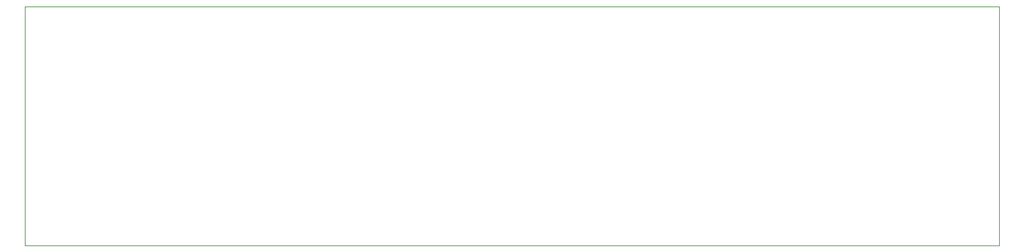
<source format=gbr>
%TF.GenerationSoftware,KiCad,Pcbnew,(6.0.9-0)*%
%TF.CreationDate,2024-08-25T20:51:05+02:00*%
%TF.ProjectId,preamp-test-jacks-board,70726561-6d70-42d7-9465-73742d6a6163,rev?*%
%TF.SameCoordinates,Original*%
%TF.FileFunction,Profile,NP*%
%FSLAX46Y46*%
G04 Gerber Fmt 4.6, Leading zero omitted, Abs format (unit mm)*
G04 Created by KiCad (PCBNEW (6.0.9-0)) date 2024-08-25 20:51:05*
%MOMM*%
%LPD*%
G01*
G04 APERTURE LIST*
%TA.AperFunction,Profile*%
%ADD10C,0.100000*%
%TD*%
G04 APERTURE END LIST*
D10*
X163000000Y-74000000D02*
X163000000Y-43000000D01*
X37000000Y-74000000D02*
X163000000Y-74000000D01*
X163000000Y-43000000D02*
X37000000Y-43000000D01*
X37000000Y-43000000D02*
X37000000Y-74000000D01*
M02*

</source>
